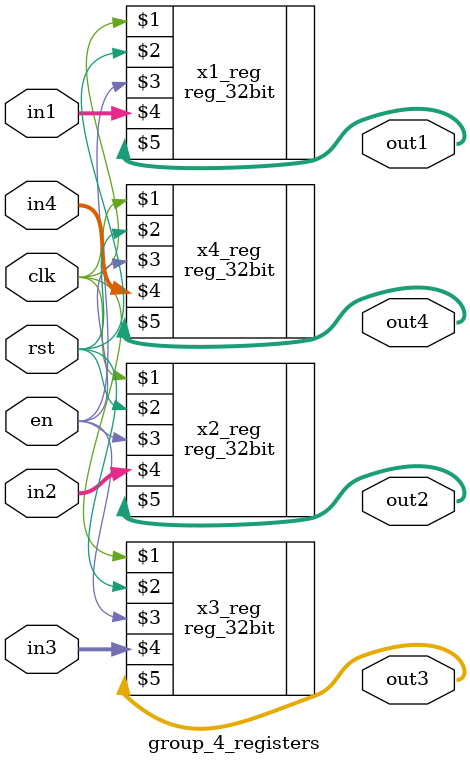
<source format=v>
module group_4_registers(clk, rst, en, in1, in2,
    in3, in4, out1, out2, out3, out4);
    input clk, rst, en;
    input [31:0] in1, in2, in3, in4;
    output [31:0] out1, out2, out3, out4;

    reg_32bit x1_reg(clk, rst, en, in1, out1);
    reg_32bit x2_reg(clk, rst, en, in2, out2);
    reg_32bit x3_reg(clk, rst, en, in3, out3);
    reg_32bit x4_reg(clk, rst, en, in4, out4);
endmodule
</source>
